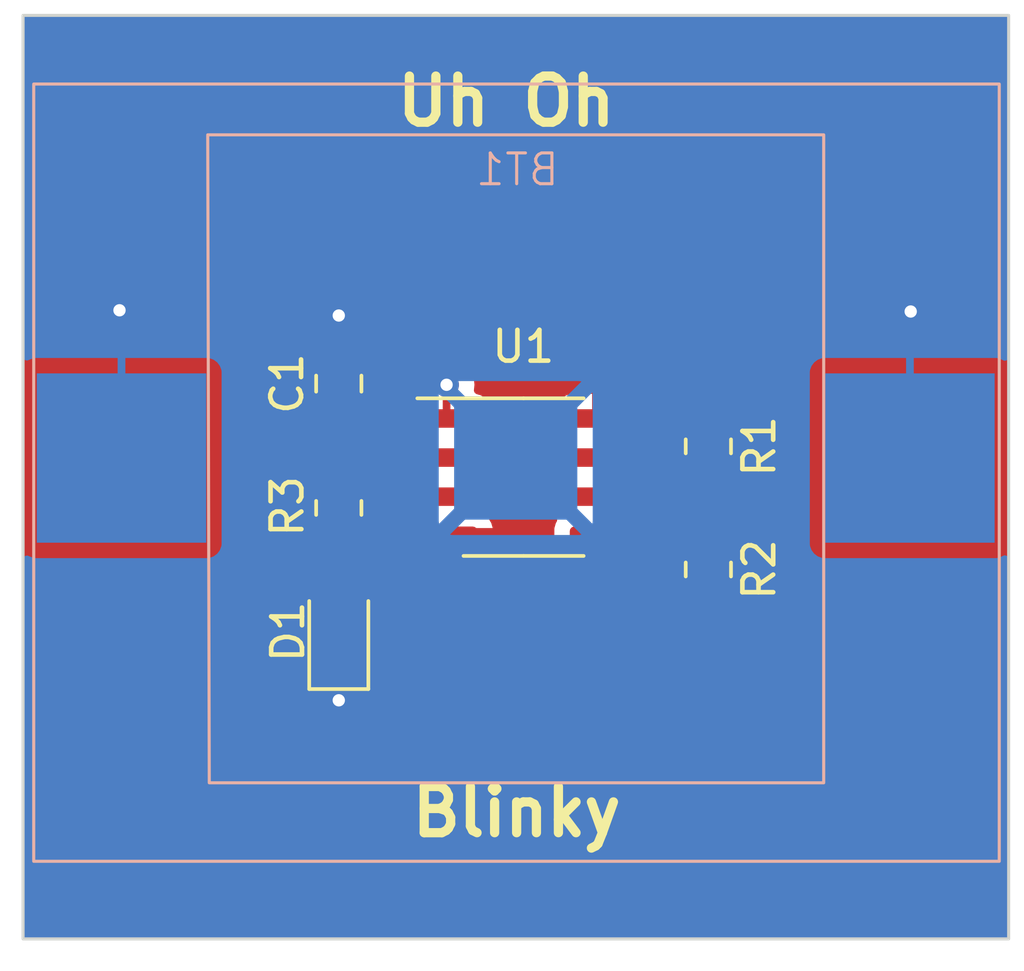
<source format=kicad_pcb>
(kicad_pcb (version 20221018) (generator pcbnew)
  (layers (0 "F.Cu" signal) (31 "B.Cu" signal) (34 "B.Paste" user) (35 "F.Paste" user) (36 "B.SilkS" user "B.Silkscreen") (37 "F.SilkS" user "F.Silkscreen") (38 "B.Mask" user) (39 "F.Mask" user) (44 "Edge.Cuts" user))
  (net 0 "")
  (net 1 "Net-(BT1-+)")
  (net 2 "GND")
  (net 3 "Net-(U1-THR)")
  (net 4 "Net-(D1-A)")
  (net 5 "Net-(U1-DIS)")
  (net 6 "Net-(U1-OUTPUT)")
  (footprint "Capacitor_SMD:C_0805_2012Metric_Pad1.18x1.45mm_HandSolder" (layer "F.Cu") (at 100 101.9625 90)
    (fp_text reference "C1" (at 0 -1.68 90) (layer "F.SilkS"))
    (fp_text value "1U")
    (fp_line (start -0.261252 -0.735) (end 0.261252 -0.735) (stroke (width 0.12)) (layer "F.SilkS"))
    (fp_line (start -0.261252 0.735) (end 0.261252 0.735) (stroke (width 0.12)) (layer "F.SilkS"))
    (pad "1" smd roundrect (at -1.0375 0 90) (size 1.175 1.45) (layers "F.Cu" "F.Paste" "F.Mask") (roundrect_rratio 0.212766) (net 3 "Net-(U1-THR)"))
    (pad "2" smd roundrect (at 1.0375 0 90) (size 1.175 1.45) (layers "F.Cu" "F.Paste" "F.Mask") (roundrect_rratio 0.212766) (net 2 "GND"))
  )
  (footprint "Resistor_SMD:R_0805_2012Metric_Pad1.20x1.40mm_HandSolder" (layer "F.Cu") (at 100 106 -90)
    (fp_text reference "R3" (at -0.05 1.67 90) (layer "F.SilkS"))
    (fp_text value "1K")
    (fp_line (start -0.227064 -0.735) (end 0.227064 -0.735) (stroke (width 0.12)) (layer "F.SilkS"))
    (fp_line (start -0.227064 0.735) (end 0.227064 0.735) (stroke (width 0.12)) (layer "F.SilkS"))
    (pad "1" smd roundrect (at -1 0 270) (size 1.2 1.4) (layers "F.Cu" "F.Paste" "F.Mask") (roundrect_rratio 0.208333) (net 6 "Net-(U1-OUTPUT)"))
    (pad "2" smd roundrect (at 1 0 270) (size 1.2 1.4) (layers "F.Cu" "F.Paste" "F.Mask") (roundrect_rratio 0.208333) (net 4 "Net-(D1-A)"))
  )
  (footprint "Resistor_SMD:R_0805_2012Metric_Pad1.20x1.40mm_HandSolder" (layer "F.Cu") (at 112 108 -90)
    (fp_text reference "R2" (at 0 -1.65 90) (layer "F.SilkS"))
    (fp_text value "470K")
    (fp_line (start -0.227064 -0.735) (end 0.227064 -0.735) (stroke (width 0.12)) (layer "F.SilkS"))
    (fp_line (start -0.227064 0.735) (end 0.227064 0.735) (stroke (width 0.12)) (layer "F.SilkS"))
    (pad "1" smd roundrect (at -1 0 270) (size 1.2 1.4) (layers "F.Cu" "F.Paste" "F.Mask") (roundrect_rratio 0.208333) (net 5 "Net-(U1-DIS)"))
    (pad "2" smd roundrect (at 1 0 270) (size 1.2 1.4) (layers "F.Cu" "F.Paste" "F.Mask") (roundrect_rratio 0.208333) (net 3 "Net-(U1-THR)"))
  )
  (footprint "Resistor_SMD:R_0805_2012Metric_Pad1.20x1.40mm_HandSolder" (layer "F.Cu") (at 112 104 -90)
    (fp_text reference "R1" (at 0 -1.65 90) (layer "F.SilkS"))
    (fp_text value "1K")
    (fp_line (start -0.227064 -0.735) (end 0.227064 -0.735) (stroke (width 0.12)) (layer "F.SilkS"))
    (fp_line (start -0.227064 0.735) (end 0.227064 0.735) (stroke (width 0.12)) (layer "F.SilkS"))
    (pad "1" smd roundrect (at -1 0 270) (size 1.2 1.4) (layers "F.Cu" "F.Paste" "F.Mask") (roundrect_rratio 0.208333) (net 1 "Net-(BT1-+)"))
    (pad "2" smd roundrect (at 1 0 270) (size 1.2 1.4) (layers "F.Cu" "F.Paste" "F.Mask") (roundrect_rratio 0.208333) (net 5 "Net-(U1-DIS)"))
  )
  (footprint "Package_SO:SOIC-8_3.9x4.9mm_P1.27mm" (layer "F.Cu") (at 106 105)
    (fp_text reference "U1" (at -0.01 -4.24) (layer "F.SilkS"))
    (fp_text value "~")
    (fp_line (start 0 -2.56) (end -3.45 -2.56) (stroke (width 0.12)) (layer "F.SilkS"))
    (fp_line (start 0 -2.56) (end 1.95 -2.56) (stroke (width 0.12)) (layer "F.SilkS"))
    (fp_line (start 0 2.56) (end -1.95 2.56) (stroke (width 0.12)) (layer "F.SilkS"))
    (fp_line (start 0 2.56) (end 1.95 2.56) (stroke (width 0.12)) (layer "F.SilkS"))
    (pad "1" smd roundrect (at -2.475 -1.905) (size 1.95 0.6) (layers "F.Cu" "F.Paste" "F.Mask") (net 2 "GND"))
    (pad "2" smd roundrect (at -2.475 -0.635) (size 1.95 0.6) (layers "F.Cu" "F.Paste" "F.Mask") (net 3 "Net-(U1-THR)"))
    (pad "3" smd roundrect (at -2.475 0.635) (size 1.95 0.6) (layers "F.Cu" "F.Paste" "F.Mask") (net 6 "Net-(U1-OUTPUT)"))
    (pad "4" smd roundrect (at -2.475 1.905) (size 1.95 0.6) (layers "F.Cu" "F.Paste" "F.Mask") (net 1 "Net-(BT1-+)"))
    (pad "5" smd roundrect (at 2.475 1.905) (size 1.95 0.6) (layers "F.Cu" "F.Paste" "F.Mask"))
    (pad "6" smd roundrect (at 2.475 0.635) (size 1.95 0.6) (layers "F.Cu" "F.Paste" "F.Mask") (net 3 "Net-(U1-THR)"))
    (pad "7" smd roundrect (at 2.475 -0.635) (size 1.95 0.6) (layers "F.Cu" "F.Paste" "F.Mask") (net 5 "Net-(U1-DIS)"))
    (pad "8" smd roundrect (at 2.475 -1.905) (size 1.95 0.6) (layers "F.Cu" "F.Paste" "F.Mask") (net 1 "Net-(BT1-+)"))
  )
  (footprint "LED_SMD:LED_0805_2012Metric_Pad1.15x1.40mm_HandSolder" (layer "F.Cu") (at 100 110.025 90)
    (fp_text reference "D1" (at 0 -1.65 90) (layer "F.SilkS"))
    (fp_text value "LED")
    (fp_line (start -1.86 -0.96) (end -1.86 0.96) (stroke (width 0.12)) (layer "F.SilkS"))
    (fp_line (start -1.86 0.96) (end 1 0.96) (stroke (width 0.12)) (layer "F.SilkS"))
    (fp_line (start 1 -0.96) (end -1.86 -0.96) (stroke (width 0.12)) (layer "F.SilkS"))
    (pad "1" smd roundrect (at -1.025 0 90) (size 1.15 1.4) (layers "F.Cu" "F.Paste" "F.Mask") (roundrect_rratio 0.217391) (net 2 "GND"))
    (pad "2" smd roundrect (at 1.025 0 90) (size 1.15 1.4) (layers "F.Cu" "F.Paste" "F.Mask") (roundrect_rratio 0.217391) (net 4 "Net-(D1-A)"))
  )
  (footprint "Blinky:S8211-46R" (layer "B.Cu") (at 105.745 104.38 180)
    (fp_text reference "BT1" (at -0.055 9.37 unlocked) (layer "B.SilkS") (effects (font (thickness 0.1)) (justify mirror)))
    (fp_text value "CR2032")
    (fp_rect (start -15.7 12.15) (end 15.65 -13.1) (stroke (width 0.1)) (fill none) (layer "B.SilkS"))
    (fp_poly (pts (xy -10 10.5) (xy 10 10.5) (xy 9.95 -10.55) (xy -10 -10.55)) (stroke (width 0.1)) (fill none) (layer "B.SilkS"))
    (pad "1" smd rect (at -12.8 0 180) (size 5.5 5.5) (layers "B.Cu" "B.Paste" "B.Mask") (net 1 "Net-(BT1-+)"))
    (pad "1" smd rect (at 12.8 0 180) (size 5.5 5.5) (layers "B.Cu" "B.Paste" "B.Mask") (net 1 "Net-(BT1-+)"))
    (pad "2" smd rect (at 0 0 180) (size 4 4) (layers "B.Cu" "B.Paste" "B.Mask") (net 2 "GND"))
  )
  (gr_rect (start 89.75 90) (end 121.75 120) (stroke (width 0.1)) (fill none) (layer "Edge.Cuts"))
  (gr_text "Uh Oh" (at 101.74 93.67) (layer "F.SilkS") (effects (font (size 1.5 1.5) (thickness 0.3) bold) (justify left bottom)))
  (gr_text "Blinky" (at 102.22 116.75) (layer "F.SilkS") (effects (font (size 1.5 1.5) (thickness 0.3) bold) (justify left bottom)))
  (segment (start 111.905 103.095) (end 112 103) (width 0.25) (layer "F.Cu") (net 1))
  (segment (start 108.475 103.095) (end 111.905 103.095) (width 0.25) (layer "F.Cu") (net 1))
  (via (at 92.88 99.58) (size 0.8) (drill 0.4) (layers "F.Cu" "B.Cu") (net 1))
  (via (at 118.57 99.62) (size 0.8) (drill 0.4) (layers "F.Cu" "B.Cu") (net 1))
  (segment (start 92.945 99.645) (end 92.88 99.58) (width 0.25) (layer "B.Cu") (net 1))
  (segment (start 118.545 99.645) (end 118.57 99.62) (width 0.25) (layer "B.Cu") (net 1))
  (segment (start 92.945 104.38) (end 92.945 99.645) (width 0.25) (layer "B.Cu") (net 1))
  (segment (start 118.545 104.38) (end 118.545 99.645) (width 0.25) (layer "B.Cu") (net 1))
  (segment (start 103.525 103.095) (end 103.525 103.025) (width 0.25) (layer "F.Cu") (net 2))
  (segment (start 100 100.925) (end 100 99.75) (width 0.25) (layer "F.Cu") (net 2))
  (segment (start 103.5 103) (end 103.5 102) (width 0.25) (layer "F.Cu") (net 2))
  (segment (start 103.525 103.025) (end 103.5 103) (width 0.25) (layer "F.Cu") (net 2))
  (segment (start 100 111.05) (end 100 112.5) (width 0.25) (layer "F.Cu") (net 2))
  (via (at 100 99.75) (size 0.8) (drill 0.4) (layers "F.Cu" "B.Cu") (net 2))
  (via (at 103.5 102) (size 0.8) (drill 0.4) (layers "F.Cu" "B.Cu") (net 2))
  (via (at 100 112.25) (size 0.8) (drill 0.4) (layers "F.Cu" "B.Cu") (net 2))
  (segment (start 100 112.5) (end 100.5 112.5) (width 0.25) (layer "B.Cu") (net 2))
  (segment (start 100.5 112.5) (end 100.75 112.75) (width 0.25) (layer "B.Cu") (net 2))
  (segment (start 110.3 108.4) (end 111.4 108.4) (width 0.25) (layer "F.Cu") (net 3))
  (segment (start 106.045 105.635) (end 108.475 105.635) (width 0.25) (layer "F.Cu") (net 3))
  (segment (start 100 103) (end 100.9 103) (width 0.25) (layer "F.Cu") (net 3))
  (segment (start 108.475 105.635) (end 109.035 105.635) (width 0.25) (layer "F.Cu") (net 3))
  (segment (start 102.265 104.365) (end 103.525 104.365) (width 0.25) (layer "F.Cu") (net 3))
  (segment (start 111.4 108.4) (end 112 109) (width 0.25) (layer "F.Cu") (net 3))
  (segment (start 109.035 105.635) (end 110.3 106.9) (width 0.25) (layer "F.Cu") (net 3))
  (segment (start 104.775 104.365) (end 106.045 105.635) (width 0.25) (layer "F.Cu") (net 3))
  (segment (start 110.3 106.9) (end 110.3 108.4) (width 0.25) (layer "F.Cu") (net 3))
  (segment (start 103.525 104.365) (end 104.775 104.365) (width 0.25) (layer "F.Cu") (net 3))
  (segment (start 100.9 103) (end 102.265 104.365) (width 0.25) (layer "F.Cu") (net 3))
  (segment (start 100 107) (end 100 109) (width 0.25) (layer "F.Cu") (net 4))
  (segment (start 112 105) (end 112 107) (width 0.25) (layer "F.Cu") (net 5))
  (segment (start 111.365 104.365) (end 112 105) (width 0.25) (layer "F.Cu") (net 5))
  (segment (start 108.475 104.365) (end 111.365 104.365) (width 0.25) (layer "F.Cu") (net 5))
  (segment (start 102.035 105.635) (end 103.525 105.635) (width 0.25) (layer "F.Cu") (net 6))
  (segment (start 100 105) (end 101.4 105) (width 0.25) (layer "F.Cu") (net 6))
  (segment (start 101.4 105) (end 102.035 105.635) (width 0.25) (layer "F.Cu") (net 6))
  (zone (net 1) (net_name "Net-(BT1-+)") (layer "F.Cu") (connect_pads (clearance 0.5)) (min_thickness 0.25) (fill yes (thermal_gap 0.5) (thermal_bridge_width 0.5))
    (polygon (pts (xy 89.01 89.82) (xy 89.01 121.07) (xy 122.26 120.82) (xy 122.26 89.82)))
  )
  (zone (net 2) (net_name "GND") (layer "B.Cu") (connect_pads (clearance 0.5)) (min_thickness 0.25) (fill yes (thermal_gap 0.5) (thermal_bridge_width 0.5))
    (polygon (pts (xy 122.25 89.5) (xy 122.25 120.75) (xy 89 120.5) (xy 89 89.5)))
  )
)
</source>
